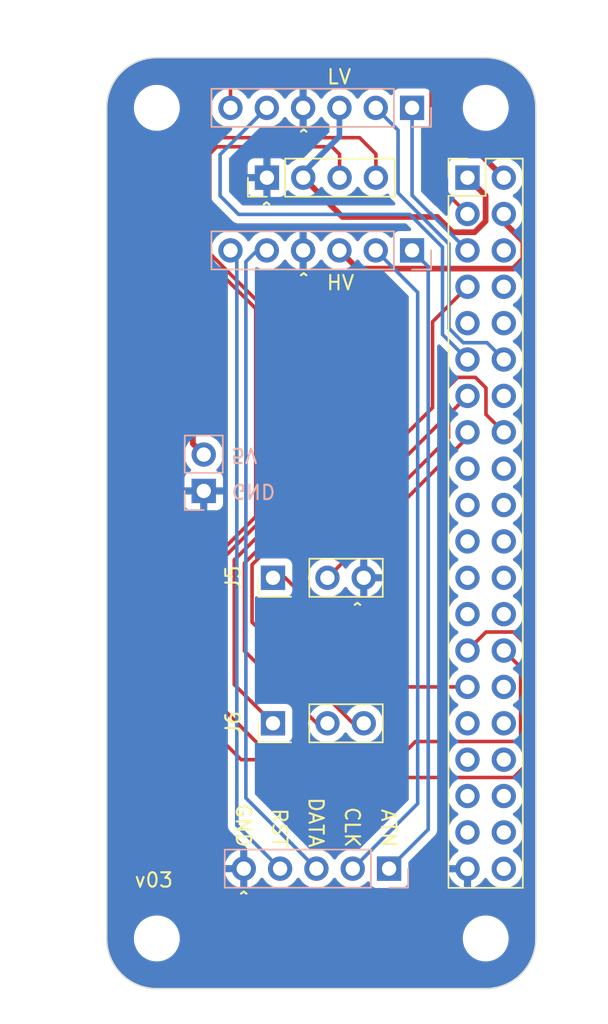
<source format=kicad_pcb>
(kicad_pcb (version 20221018) (generator pcbnew)
  (title_block (title "Vertical Pi1541 Hat") (date "2023-11-16") (rev "v03"))
  (layers (0 "F.Cu" signal) (31 "B.Cu" signal) (34 "B.Paste" user) (35 "F.Paste" user) (36 "B.SilkS" user "B.Silkscreen") (37 "F.SilkS" user "F.Silkscreen") (38 "B.Mask" user) (39 "F.Mask" user) (44 "Edge.Cuts" user))
  (net 0 "")
  (net 1 "Net-(J1-Pin_1)")
  (net 2 "Net-(J1-Pin_2)")
  (net 3 "Net-(J1-Pin_3)")
  (net 4 "Net-(J1-Pin_5)")
  (net 5 "Net-(J1-Pin_7)")
  (net 7 "GND")
  (net 9 "Net-(J1-Pin_11)")
  (net 10 "Net-(J1-Pin_12)")
  (net 11 "Net-(J1-Pin_13)")
  (net 13 "Net-(J1-Pin_15)")
  (net 14 "Net-(J1-Pin_16)")
  (net 24 "Net-(J1-Pin_27)")
  (net 25 "Net-(J1-Pin_28)")
  (net 26 "Net-(J1-Pin_29)")
  (net 37 "Net-(J3-Pin_1)")
  (net 38 "Net-(J3-Pin_2)")
  (net 39 "Net-(J3-Pin_5)")
  (net 42 "Net-(J1-Pin_4)")
  (net 44 "Net-(J3-Pin_6)")
  (footprint "Custom:PinHeader_1x03_P2.54mm_Vertical_Nav" (layer "F.Cu") (at 112.892 106.475 90)
    (fp_text reference "J6" (at 0 -4.064 90) (layer "F.SilkS"))
    (fp_text value "Conn_01x03_Pin")
    (fp_line (start -1.33 -2.286) (end 0 -2.286) (stroke (width 0.12)) (layer "F.SilkS"))
    (fp_line (start -1.33 0) (end -1.33 -2.286) (stroke (width 0.12)) (layer "F.SilkS"))
    (fp_line (start -1.33 1.27) (end -1.33 6.41) (stroke (width 0.12)) (layer "F.SilkS"))
    (fp_line (start -1.33 1.27) (end 1.33 1.27) (stroke (width 0.12)) (layer "F.SilkS"))
    (fp_line (start -1.33 6.41) (end 1.33 6.41) (stroke (width 0.12)) (layer "F.SilkS"))
    (fp_line (start 1.33 1.27) (end 1.33 6.41) (stroke (width 0.12)) (layer "F.SilkS"))
    (pad "1" thru_hole rect (at 0 -1.27 90) (size 1.7 1.7) (drill 1) (layers "*.Cu" "*.Mask") (net 5 "Net-(J1-Pin_7)"))
    (pad "2" thru_hole oval (at 0 2.54 90) (size 1.7 1.7) (drill 1) (layers "*.Cu" "*.Mask") (net 14 "Net-(J1-Pin_16)"))
    (pad "3" thru_hole oval (at 0 5.08 90) (size 1.7 1.7) (drill 1) (layers "*.Cu" "*.Mask") (net 11 "Net-(J1-Pin_13)"))
  )
  (footprint "MountingHole:MountingHole_2.7mm_M2.5" (layer "F.Cu") (at 103.5 121.5)
    (fp_text reference "H2" hide)
    (fp_text value "MountingHole")
    (pad "" np_thru_hole circle (at 0 0) (size 2.7 2.7) (drill 2.7) (layers "*.Cu" "*.Mask"))
  )
  (footprint "Connector_PinHeader_2.54mm:PinHeader_2x20_P2.54mm_Vertical" (layer "F.Cu") (at 125.225 68.375)
    (fp_text reference "J1" hide)
    (fp_text value "Conn_02x20_Odd_Even")
    (fp_line (start -1.33 -1.33) (end 0 -1.33) (stroke (width 0.12)) (layer "F.SilkS"))
    (fp_line (start -1.33 0) (end -1.33 -1.33) (stroke (width 0.12)) (layer "F.SilkS"))
    (fp_line (start -1.33 1.27) (end -1.33 49.59) (stroke (width 0.12)) (layer "F.SilkS"))
    (fp_line (start -1.33 1.27) (end 1.27 1.27) (stroke (width 0.12)) (layer "F.SilkS"))
    (fp_line (start -1.33 49.59) (end 3.87 49.59) (stroke (width 0.12)) (layer "F.SilkS"))
    (fp_line (start 1.27 -1.33) (end 3.87 -1.33) (stroke (width 0.12)) (layer "F.SilkS"))
    (fp_line (start 1.27 1.27) (end 1.27 -1.33) (stroke (width 0.12)) (layer "F.SilkS"))
    (fp_line (start 3.87 -1.33) (end 3.87 49.59) (stroke (width 0.12)) (layer "F.SilkS"))
    (pad "1" thru_hole rect (at 0 0) (size 1.7 1.7) (drill 1) (layers "*.Cu" "*.Mask") (net 1 "Net-(J1-Pin_1)"))
    (pad "2" thru_hole oval (at 2.54 0) (size 1.7 1.7) (drill 1) (layers "*.Cu" "*.Mask") (net 2 "Net-(J1-Pin_2)"))
    (pad "3" thru_hole oval (at 0 2.54) (size 1.7 1.7) (drill 1) (layers "*.Cu" "*.Mask") (net 3 "Net-(J1-Pin_3)"))
    (pad "4" thru_hole oval (at 2.54 2.54) (size 1.7 1.7) (drill 1) (layers "*.Cu" "*.Mask") (net 42 "Net-(J1-Pin_4)"))
    (pad "5" thru_hole oval (at 0 5.08) (size 1.7 1.7) (drill 1) (layers "*.Cu" "*.Mask") (net 4 "Net-(J1-Pin_5)"))
    (pad "6" thru_hole oval (at 2.54 5.08) (size 1.7 1.7) (drill 1) (layers "*.Cu" "*.Mask"))
    (pad "7" thru_hole oval (at 0 7.62) (size 1.7 1.7) (drill 1) (layers "*.Cu" "*.Mask") (net 5 "Net-(J1-Pin_7)"))
    (pad "8" thru_hole oval (at 2.54 7.62) (size 1.7 1.7) (drill 1) (layers "*.Cu" "*.Mask"))
    (pad "9" thru_hole oval (at 0 10.16) (size 1.7 1.7) (drill 1) (layers "*.Cu" "*.Mask"))
    (pad "10" thru_hole oval (at 2.54 10.16) (size 1.7 1.7) (drill 1) (layers "*.Cu" "*.Mask"))
    (pad "11" thru_hole oval (at 0 12.7) (size 1.7 1.7) (drill 1) (layers "*.Cu" "*.Mask") (net 9 "Net-(J1-Pin_11)"))
    (pad "12" thru_hole oval (at 2.54 12.7) (size 1.7 1.7) (drill 1) (layers "*.Cu" "*.Mask") (net 10 "Net-(J1-Pin_12)"))
    (pad "13" thru_hole oval (at 0 15.24) (size 1.7 1.7) (drill 1) (layers "*.Cu" "*.Mask") (net 11 "Net-(J1-Pin_13)"))
    (pad "14" thru_hole oval (at 2.54 15.24) (size 1.7 1.7) (drill 1) (layers "*.Cu" "*.Mask"))
    (pad "15" thru_hole oval (at 0 17.78) (size 1.7 1.7) (drill 1) (layers "*.Cu" "*.Mask") (net 13 "Net-(J1-Pin_15)"))
    (pad "16" thru_hole oval (at 2.54 17.78) (size 1.7 1.7) (drill 1) (layers "*.Cu" "*.Mask") (net 14 "Net-(J1-Pin_16)"))
    (pad "17" thru_hole oval (at 0 20.32) (size 1.7 1.7) (drill 1) (layers "*.Cu" "*.Mask"))
    (pad "18" thru_hole oval (at 2.54 20.32) (size 1.7 1.7) (drill 1) (layers "*.Cu" "*.Mask"))
    (pad "19" thru_hole oval (at 0 22.86) (size 1.7 1.7) (drill 1) (layers "*.Cu" "*.Mask"))
    (pad "20" thru_hole oval (at 2.54 22.86) (size 1.7 1.7) (drill 1) (layers "*.Cu" "*.Mask"))
    (pad "21" thru_hole oval (at 0 25.4) (size 1.7 1.7) (drill 1) (layers "*.Cu" "*.Mask"))
    (pad "22" thru_hole oval (at 2.54 25.4) (size 1.7 1.7) (drill 1) (layers "*.Cu" "*.Mask"))
    (pad "23" thru_hole oval (at 0 27.94) (size 1.7 1.7) (drill 1) (layers "*.Cu" "*.Mask"))
    (pad "24" thru_hole oval (at 2.54 27.94) (size 1.7 1.7) (drill 1) (layers "*.Cu" "*.Mask"))
    (pad "25" thru_hole oval (at 0 30.48) (size 1.7 1.7) (drill 1) (layers "*.Cu" "*.Mask"))
    (pad "26" thru_hole oval (at 2.54 30.48) (size 1.7 1.7) (drill 1) (layers "*.Cu" "*.Mask"))
    (pad "27" thru_hole oval (at 0 33.02) (size 1.7 1.7) (drill 1) (layers "*.Cu" "*.Mask") (net 24 "Net-(J1-Pin_27)"))
    (pad "28" thru_hole oval (at 2.54 33.02) (size 1.7 1.7) (drill 1) (layers "*.Cu" "*.Mask") (net 25 "Net-(J1-Pin_28)"))
    (pad "29" thru_hole oval (at 0 35.56) (size 1.7 1.7) (drill 1) (layers "*.Cu" "*.Mask") (net 26 "Net-(J1-Pin_29)"))
    (pad "30" thru_hole oval (at 2.54 35.56) (size 1.7 1.7) (drill 1) (layers "*.Cu" "*.Mask"))
    (pad "31" thru_hole oval (at 0 38.1) (size 1.7 1.7) (drill 1) (layers "*.Cu" "*.Mask"))
    (pad "32" thru_hole oval (at 2.54 38.1) (size 1.7 1.7) (drill 1) (layers "*.Cu" "*.Mask"))
    (pad "33" thru_hole oval (at 0 40.64) (size 1.7 1.7) (drill 1) (layers "*.Cu" "*.Mask"))
    (pad "34" thru_hole oval (at 2.54 40.64) (size 1.7 1.7) (drill 1) (layers "*.Cu" "*.Mask"))
    (pad "35" thru_hole oval (at 0 43.18) (size 1.7 1.7) (drill 1) (layers "*.Cu" "*.Mask"))
    (pad "36" thru_hole oval (at 2.54 43.18) (size 1.7 1.7) (drill 1) (layers "*.Cu" "*.Mask"))
    (pad "37" thru_hole oval (at 0 45.72) (size 1.7 1.7) (drill 1) (layers "*.Cu" "*.Mask"))
    (pad "38" thru_hole oval (at 2.54 45.72) (size 1.7 1.7) (drill 1) (layers "*.Cu" "*.Mask"))
    (pad "39" thru_hole oval (at 0 48.26) (size 1.7 1.7) (drill 1) (layers "*.Cu" "*.Mask") (net 7 "GND"))
    (pad "40" thru_hole oval (at 2.54 48.26) (size 1.7 1.7) (drill 1) (layers "*.Cu" "*.Mask"))
  )
  (footprint "MountingHole:MountingHole_2.7mm_M2.5" (layer "F.Cu") (at 126.5 121.5)
    (fp_text reference "H4" hide)
    (fp_text value "MountingHole")
    (pad "" np_thru_hole circle (at 0 0) (size 2.7 2.7) (drill 2.7) (layers "*.Cu" "*.Mask"))
  )
  (footprint "MountingHole:MountingHole_2.7mm_M2.5" (layer "F.Cu") (at 126.5 63.5)
    (fp_text reference "H3" hide)
    (fp_text value "MountingHole")
    (pad "" np_thru_hole circle (at 0 0) (size 2.7 2.7) (drill 2.7) (layers "*.Cu" "*.Mask"))
  )
  (footprint "MountingHole:MountingHole_2.7mm_M2.5" (layer "F.Cu") (at 103.5 63.5)
    (fp_text reference "H1" hide)
    (fp_text value "MountingHole")
    (pad "" np_thru_hole circle (at 0 0) (size 2.7 2.7) (drill 2.7) (layers "*.Cu" "*.Mask"))
  )
  (footprint "Connector_PinHeader_2.54mm:PinHeader_1x04_P2.54mm_Vertical" (layer "F.Cu") (at 111.2 68.375 90)
    (fp_text reference "J7" hide)
    (fp_text value "Conn_01x04_Pin")
    (fp_line (start -1.33 -1.33) (end 0 -1.33) (stroke (width 0.12)) (layer "F.SilkS"))
    (fp_line (start -1.33 0) (end -1.33 -1.33) (stroke (width 0.12)) (layer "F.SilkS"))
    (fp_line (start -1.33 1.27) (end -1.33 8.95) (stroke (width 0.12)) (layer "F.SilkS"))
    (fp_line (start -1.33 1.27) (end 1.33 1.27) (stroke (width 0.12)) (layer "F.SilkS"))
    (fp_line (start -1.33 8.95) (end 1.33 8.95) (stroke (width 0.12)) (layer "F.SilkS"))
    (fp_line (start 1.33 1.27) (end 1.33 8.95) (stroke (width 0.12)) (layer "F.SilkS"))
    (pad "1" thru_hole rect (at 0 0 90) (size 1.7 1.7) (drill 1) (layers "*.Cu" "*.Mask") (net 7 "GND"))
    (pad "2" thru_hole oval (at 0 2.54 90) (size 1.7 1.7) (drill 1) (layers "*.Cu" "*.Mask") (net 1 "Net-(J1-Pin_1)"))
    (pad "3" thru_hole oval (at 0 5.08 90) (size 1.7 1.7) (drill 1) (layers "*.Cu" "*.Mask") (net 25 "Net-(J1-Pin_28)"))
    (pad "4" thru_hole oval (at 0 7.62 90) (size 1.7 1.7) (drill 1) (layers "*.Cu" "*.Mask") (net 24 "Net-(J1-Pin_27)"))
  )
  (footprint "Custom:PinHeader_1x03_P2.54mm_Vertical_Nav" (layer "F.Cu") (at 112.892 96.315 90)
    (fp_text reference "J5" (at 0 -4.064 90) (layer "F.SilkS"))
    (fp_text value "Conn_01x03_Pin")
    (fp_line (start -1.33 -2.286) (end 0 -2.286) (stroke (width 0.12)) (layer "F.SilkS"))
    (fp_line (start -1.33 0) (end -1.33 -2.286) (stroke (width 0.12)) (layer "F.SilkS"))
    (fp_line (start -1.33 1.27) (end -1.33 6.41) (stroke (width 0.12)) (layer "F.SilkS"))
    (fp_line (start -1.33 1.27) (end 1.33 1.27) (stroke (width 0.12)) (layer "F.SilkS"))
    (fp_line (start -1.33 6.41) (end 1.33 6.41) (stroke (width 0.12)) (layer "F.SilkS"))
    (fp_line (start 1.33 1.27) (end 1.33 6.41) (stroke (width 0.12)) (layer "F.SilkS"))
    (pad "1" thru_hole rect (at 0 -1.27 90) (size 1.7 1.7) (drill 1) (layers "*.Cu" "*.Mask") (net 26 "Net-(J1-Pin_29)"))
    (pad "2" thru_hole oval (at 0 2.54 90) (size 1.7 1.7) (drill 1) (layers "*.Cu" "*.Mask") (net 13 "Net-(J1-Pin_15)"))
    (pad "3" thru_hole oval (at 0 5.08 90) (size 1.7 1.7) (drill 1) (layers "*.Cu" "*.Mask") (net 7 "GND"))
  )
  (footprint "Connector_PinHeader_2.54mm:PinHeader_1x02_P2.54mm_Vertical" (layer "B.Cu") (at 106.7816 90.2512)
    (fp_text reference "J8" hide)
    (fp_text value "Conn_01x02_Pin")
    (fp_line (start -1.33 -3.87) (end 1.33 -3.87) (stroke (width 0.12)) (layer "B.SilkS"))
    (fp_line (start -1.33 -1.27) (end -1.33 -3.87) (stroke (width 0.12)) (layer "B.SilkS"))
    (fp_line (start -1.33 -1.27) (end 1.33 -1.27) (stroke (width 0.12)) (layer "B.SilkS"))
    (fp_line (start -1.33 0) (end -1.33 1.33) (stroke (width 0.12)) (layer "B.SilkS"))
    (fp_line (start -1.33 1.33) (end 0 1.33) (stroke (width 0.12)) (layer "B.SilkS"))
    (fp_line (start 1.33 -1.27) (end 1.33 -3.87) (stroke (width 0.12)) (layer "B.SilkS"))
    (pad "1" thru_hole rect (at 0 0) (size 1.7 1.7) (drill 1) (layers "*.Cu" "*.Mask") (net 7 "GND"))
    (pad "2" thru_hole oval (at 0 -2.54) (size 1.7 1.7) (drill 1) (layers "*.Cu" "*.Mask") (net 2 "Net-(J1-Pin_2)"))
  )
  (footprint "Connector_PinHeader_2.54mm:PinHeader_1x05_P2.54mm_Vertical" (layer "B.Cu") (at 119.741 116.625 90)
    (fp_text reference "J4" hide)
    (fp_text value "Conn_01x05_Pin")
    (fp_line (start -1.33 -11.49) (end 1.33 -11.49) (stroke (width 0.12)) (layer "B.SilkS"))
    (fp_line (start -1.33 -1.27) (end -1.33 -11.49) (stroke (width 0.12)) (layer "B.SilkS"))
    (fp_line (start -1.33 -1.27) (end 1.33 -1.27) (stroke (width 0.12)) (layer "B.SilkS"))
    (fp_line (start -1.33 0) (end -1.33 1.33) (stroke (width 0.12)) (layer "B.SilkS"))
    (fp_line (start -1.33 1.33) (end 0 1.33) (stroke (width 0.12)) (layer "B.SilkS"))
    (fp_line (start 1.33 -1.27) (end 1.33 -11.49) (stroke (width 0.12)) (layer "B.SilkS"))
    (pad "1" thru_hole rect (at 0 0 90) (size 1.7 1.7) (drill 1) (layers "*.Cu" "*.Mask") (net 37 "Net-(J3-Pin_1)"))
    (pad "2" thru_hole oval (at 0 -2.54 90) (size 1.7 1.7) (drill 1) (layers "*.Cu" "*.Mask") (net 38 "Net-(J3-Pin_2)"))
    (pad "3" thru_hole oval (at 0 -5.08 90) (size 1.7 1.7) (drill 1) (layers "*.Cu" "*.Mask") (net 39 "Net-(J3-Pin_5)"))
    (pad "4" thru_hole oval (at 0 -7.62 90) (size 1.7 1.7) (drill 1) (layers "*.Cu" "*.Mask") (net 44 "Net-(J3-Pin_6)"))
    (pad "5" thru_hole oval (at 0 -10.16 90) (size 1.7 1.7) (drill 1) (layers "*.Cu" "*.Mask") (net 7 "GND"))
  )
  (footprint "Connector_PinHeader_2.54mm:PinHeader_1x06_P2.54mm_Vertical" (layer "B.Cu") (at 121.35 63.5 90)
    (fp_text reference "J2" hide)
    (fp_text value "Conn_01x06_Socket")
    (fp_line (start -1.33 -14.03) (end 1.33 -14.03) (stroke (width 0.12)) (layer "B.SilkS"))
    (fp_line (start -1.33 -1.27) (end -1.33 -14.03) (stroke (width 0.12)) (layer "B.SilkS"))
    (fp_line (start -1.33 -1.27) (end 1.33 -1.27) (stroke (width 0.12)) (layer "B.SilkS"))
    (fp_line (start -1.33 0) (end -1.33 1.33) (stroke (width 0.12)) (layer "B.SilkS"))
    (fp_line (start -1.33 1.33) (end 0 1.33) (stroke (width 0.12)) (layer "B.SilkS"))
    (fp_line (start 1.33 -1.27) (end 1.33 -14.03) (stroke (width 0.12)) (layer "B.SilkS"))
    (pad "1" thru_hole rect (at 0 0 90) (size 1.7 1.7) (drill 1) (layers "*.Cu" "*.Mask") (net 4 "Net-(J1-Pin_5)"))
    (pad "2" thru_hole oval (at 0 -2.54 90) (size 1.7 1.7) (drill 1) (layers "*.Cu" "*.Mask") (net 10 "Net-(J1-Pin_12)"))
    (pad "3" thru_hole oval (at 0 -5.08 90) (size 1.7 1.7) (drill 1) (layers "*.Cu" "*.Mask") (net 1 "Net-(J1-Pin_1)"))
    (pad "4" thru_hole oval (at 0 -7.62 90) (size 1.7 1.7) (drill 1) (layers "*.Cu" "*.Mask") (net 7 "GND"))
    (pad "5" thru_hole oval (at 0 -10.16 90) (size 1.7 1.7) (drill 1) (layers "*.Cu" "*.Mask") (net 9 "Net-(J1-Pin_11)"))
    (pad "6" thru_hole oval (at 0 -12.7 90) (size 1.7 1.7) (drill 1) (layers "*.Cu" "*.Mask") (net 3 "Net-(J1-Pin_3)"))
  )
  (footprint "Connector_PinHeader_2.54mm:PinHeader_1x06_P2.54mm_Vertical" (layer "B.Cu") (at 121.35 73.455 90)
    (fp_text reference "J3" hide)
    (fp_text value "Conn_01x06_Socket")
    (fp_line (start -1.33 -14.03) (end 1.33 -14.03) (stroke (width 0.12)) (layer "B.SilkS"))
    (fp_line (start -1.33 -1.27) (end -1.33 -14.03) (stroke (width 0.12)) (layer "B.SilkS"))
    (fp_line (start -1.33 -1.27) (end 1.33 -1.27) (stroke (width 0.12)) (layer "B.SilkS"))
    (fp_line (start -1.33 0) (end -1.33 1.33) (stroke (width 0.12)) (layer "B.SilkS"))
    (fp_line (start -1.33 1.33) (end 0 1.33) (stroke (width 0.12)) (layer "B.SilkS"))
    (fp_line (start 1.33 -1.27) (end 1.33 -14.03) (stroke (width 0.12)) (layer "B.SilkS"))
    (pad "1" thru_hole rect (at 0 0 90) (size 1.7 1.7) (drill 1) (layers "*.Cu" "*.Mask") (net 37 "Net-(J3-Pin_1)"))
    (pad "2" thru_hole oval (at 0 -2.54 90) (size 1.7 1.7) (drill 1) (layers "*.Cu" "*.Mask") (net 38 "Net-(J3-Pin_2)"))
    (pad "3" thru_hole oval (at 0 -5.08 90) (size 1.7 1.7) (drill 1) (layers "*.Cu" "*.Mask") (net 42 "Net-(J1-Pin_4)"))
    (pad "4" thru_hole oval (at 0 -7.62 90) (size 1.7 1.7) (drill 1) (layers "*.Cu" "*.Mask") (net 7 "GND"))
    (pad "5" thru_hole oval (at 0 -10.16 90) (size 1.7 1.7) (drill 1) (layers "*.Cu" "*.Mask") (net 39 "Net-(J3-Pin_5)"))
    (pad "6" thru_hole oval (at 0 -12.7 90) (size 1.7 1.7) (drill 1) (layers "*.Cu" "*.Mask") (net 44 "Net-(J3-Pin_6)"))
  )
  (gr_line (start 100 63.5) (end 100 121.5) (stroke (width 0.1)) (layer "Edge.Cuts"))
  (gr_arc (start 126.5 60) (mid 128.974873 61.025126) (end 130 63.5) (stroke (width 0.1)) (layer "Edge.Cuts"))
  (gr_arc (start 130 121.5) (mid 128.974874 123.974873) (end 126.5 125) (stroke (width 0.1)) (layer "Edge.Cuts"))
  (gr_arc (start 103.5 125) (mid 101.025127 123.974874) (end 100 121.5) (stroke (width 0.1)) (layer "Edge.Cuts"))
  (gr_line (start 103.5 60) (end 126.5 60) (stroke (width 0.1)) (layer "Edge.Cuts"))
  (gr_line (start 103.5 125) (end 126.5 125) (stroke (width 0.1)) (layer "Edge.Cuts"))
  (gr_line (start 130 121.5) (end 130 63.5) (stroke (width 0.1)) (layer "Edge.Cuts"))
  (gr_arc (start 100 63.5) (mid 101.025126 61.025127) (end 103.5 60) (stroke (width 0.1)) (layer "Edge.Cuts"))
  (gr_text "GND" (at 108.6358 89.6874 180) (layer "B.SilkS") (effects (font (size 1 1)) (justify left bottom mirror)))
  (gr_text "5V" (at 108.6104 87.1728 180) (layer "B.SilkS") (effects (font (size 1 1)) (justify left bottom mirror)))
  (gr_text "HV" (at 115.2906 76.3016) (layer "F.SilkS") (effects (font (size 1 1)) (justify left bottom)))
  (gr_text "v03" (at 101.854 118.0084) (layer "F.SilkS") (effects (font (size 1 1)) (justify left bottom)))
  (gr_text "GND" (at 108.966 111.988648 -90) (layer "F.SilkS") (effects (font (size 1 1)) (justify left bottom)))
  (gr_text "^" (at 113.3856 66.1924) (layer "F.SilkS") (effects (font (size 1 1)) (justify left bottom)))
  (gr_text "^" (at 109.1946 119.4054) (layer "F.SilkS") (effects (font (size 1 1)) (justify left bottom)))
  (gr_text "RST" (at 111.506 112.321981 -90) (layer "F.SilkS") (effects (font (size 1 1)) (justify left bottom)))
  (gr_text "^" (at 113.3856 76.2254) (layer "F.SilkS") (effects (font (size 1 1)) (justify left bottom)))
  (gr_text "^" (at 117.144286 99.2378) (layer "F.SilkS") (effects (font (size 1 1)) (justify left bottom)))
  (gr_text "ATN" (at 119.126 112.3696 -90) (layer "F.SilkS") (effects (font (size 1 1)) (justify left bottom)))
  (gr_text "^" (at 110.789286 71.2724) (layer "F.SilkS") (effects (font (size 1 1)) (justify left bottom)))
  (gr_text "LV" (at 115.316 61.9252) (layer "F.SilkS") (effects (font (size 1 1)) (justify left bottom)))
  (gr_text "DATA" (at 114.046 111.560076 -90) (layer "F.SilkS") (effects (font (size 1 1)) (justify left bottom)))
  (gr_text "CLK" (at 116.586 112.226743 -90) (layer "F.SilkS") (effects (font (size 1 1)) (justify left bottom)))
  (segment (start 113.74 68.375) (end 116.485 71.12) (width 0.4) (layer "F.Cu") (net 1))
  (segment (start 126.492 71.415767) (end 126.492 69.642) (width 0.4) (layer "F.Cu") (net 1))
  (segment (start 125.720967 72.1868) (end 126.492 71.415767) (width 0.4) (layer "F.Cu") (net 1))
  (segment (start 124.1806 72.1868) (end 125.720967 72.1868) (width 0.4) (layer "F.Cu") (net 1))
  (segment (start 126.492 69.642) (end 125.225 68.375) (width 0.4) (layer "F.Cu") (net 1))
  (segment (start 123.1138 71.12) (end 124.1806 72.1868) (width 0.4) (layer "F.Cu") (net 1))
  (segment (start 116.485 71.12) (end 123.1138 71.12) (width 0.4) (layer "F.Cu") (net 1))
  (segment (start 116.27 65.4924) (end 116.27 63.5) (width 0.4) (layer "B.Cu") (net 1))
  (segment (start 113.74 68.375) (end 113.74 68.0224) (width 0.4) (layer "B.Cu") (net 1))
  (segment (start 113.74 68.0224) (end 116.27 65.4924) (width 0.4) (layer "B.Cu") (net 1))
  (segment (start 106.7816 87.7112) (end 106.0196 86.9492) (width 0.4) (layer "F.Cu") (net 2))
  (segment (start 123.2662 65.1256) (end 124.8156 66.675) (width 0.4) (layer "F.Cu") (net 2))
  (segment (start 126.065 66.675) (end 127.765 68.375) (width 0.4) (layer "F.Cu") (net 2))
  (segment (start 123.2662 61.6966) (end 123.2662 65.1256) (width 0.4) (layer "F.Cu") (net 2))
  (segment (start 106.68 65.584138) (end 106.68 61.384542) (width 0.4) (layer "F.Cu") (net 2))
  (segment (start 107.358542 60.706) (end 122.2756 60.706) (width 0.4) (layer "F.Cu") (net 2))
  (segment (start 106.68 61.384542) (end 107.358542 60.706) (width 0.4) (layer "F.Cu") (net 2))
  (segment (start 106.0196 66.244538) (end 106.68 65.584138) (width 0.4) (layer "F.Cu") (net 2))
  (segment (start 124.8156 66.675) (end 126.065 66.675) (width 0.4) (layer "F.Cu") (net 2))
  (segment (start 106.0196 86.9492) (end 106.0196 66.244538) (width 0.4) (layer "F.Cu") (net 2))
  (segment (start 122.2756 60.706) (end 123.2662 61.6966) (width 0.4) (layer "F.Cu") (net 2))
  (segment (start 109.2962 61.4426) (end 122.0216 61.4426) (width 0.25) (layer "F.Cu") (net 3))
  (segment (start 122.0216 61.4426) (end 122.682 62.103) (width 0.25) (layer "F.Cu") (net 3))
  (segment (start 108.65 62.0888) (end 109.2962 61.4426) (width 0.25) (layer "F.Cu") (net 3))
  (segment (start 122.682 62.103) (end 122.682 68.372) (width 0.25) (layer "F.Cu") (net 3))
  (segment (start 122.682 68.372) (end 125.225 70.915) (width 0.25) (layer "F.Cu") (net 3))
  (segment (start 108.65 63.5) (end 108.65 62.0888) (width 0.25) (layer "F.Cu") (net 3))
  (segment (start 108.65 63.5) (end 108.2802 63.1302) (width 0.25) (layer "B.Cu") (net 3))
  (segment (start 121.35 63.5) (end 121.35 69.6102) (width 0.25) (layer "B.Cu") (net 4))
  (segment (start 121.35 69.6102) (end 122.6058 70.866) (width 0.25) (layer "B.Cu") (net 4))
  (segment (start 122.636 70.866) (end 125.225 73.455) (width 0.25) (layer "B.Cu") (net 4))
  (segment (start 122.6058 70.866) (end 122.636 70.866) (width 0.25) (layer "B.Cu") (net 4))
  (segment (start 111.5822 92.4052) (end 108.9152 95.0722) (width 0.25) (layer "F.Cu") (net 5))
  (segment (start 108.9152 103.7682) (end 111.622 106.475) (width 0.25) (layer "F.Cu") (net 5))
  (segment (start 114.808 92.4052) (end 111.5822 92.4052) (width 0.25) (layer "F.Cu") (net 5))
  (segment (start 122.7836 78.4364) (end 122.7836 84.4296) (width 0.25) (layer "F.Cu") (net 5))
  (segment (start 108.9152 95.0722) (end 108.9152 103.7682) (width 0.25) (layer "F.Cu") (net 5))
  (segment (start 125.225 75.995) (end 122.7836 78.4364) (width 0.25) (layer "F.Cu") (net 5))
  (segment (start 111.622 106.475) (end 112.141 106.475) (width 0.25) (layer "F.Cu") (net 5))
  (segment (start 122.7836 84.4296) (end 114.808 92.4052) (width 0.25) (layer "F.Cu") (net 5))
  (segment (start 113.74 63.6766) (end 113.5634 63.5) (width 0.25) (layer "F.Cu") (net 7))
  (segment (start 109.22 70.9422) (end 107.9246 69.6468) (width 0.25) (layer "B.Cu") (net 9))
  (segment (start 123.4766 79.3266) (end 123.4766 73.2316) (width 0.25) (layer "B.Cu") (net 9))
  (segment (start 107.9246 66.7654) (end 111.19 63.5) (width 0.25) (layer "B.Cu") (net 9))
  (segment (start 123.4766 73.2316) (end 121.1872 70.9422) (width 0.25) (layer "B.Cu") (net 9))
  (segment (start 121.1872 70.9422) (end 109.22 70.9422) (width 0.25) (layer "B.Cu") (net 9))
  (segment (start 125.225 81.075) (end 123.4766 79.3266) (width 0.25) (layer "B.Cu") (net 9))
  (segment (start 107.9246 69.6468) (end 107.9246 66.7654) (width 0.25) (layer "B.Cu") (net 9))
  (segment (start 118.81 63.5) (end 120.3706 65.0606) (width 0.25) (layer "B.Cu") (net 10))
  (segment (start 124.928299 79.9) (end 126.59 79.9) (width 0.25) (layer "B.Cu") (net 10))
  (segment (start 120.3706 65.0606) (end 120.3706 69.4436) (width 0.25) (layer "B.Cu") (net 10))
  (segment (start 126.59 79.9) (end 127.765 81.075) (width 0.25) (layer "B.Cu") (net 10))
  (segment (start 123.9266 72.9996) (end 123.9266 78.898301) (width 0.25) (layer "B.Cu") (net 10))
  (segment (start 123.9266 78.898301) (end 124.928299 79.9) (width 0.25) (layer "B.Cu") (net 10))
  (segment (start 120.3706 69.4436) (end 123.9266 72.9996) (width 0.25) (layer "B.Cu") (net 10))
  (segment (start 110.1598 95.4024) (end 110.1598 99.4138) (width 0.25) (layer "F.Cu") (net 11))
  (segment (start 117.221 106.475) (end 117.972 106.475) (width 0.25) (layer "F.Cu") (net 11))
  (segment (start 123.9012 84.9388) (end 123.9012 86.5378) (width 0.25) (layer "F.Cu") (net 11))
  (segment (start 123.9012 86.5378) (end 116.6114 93.8276) (width 0.25) (layer "F.Cu") (net 11))
  (segment (start 125.225 83.615) (end 123.9012 84.9388) (width 0.25) (layer "F.Cu") (net 11))
  (segment (start 111.7346 93.8276) (end 110.1598 95.4024) (width 0.25) (layer "F.Cu") (net 11))
  (segment (start 116.6114 93.8276) (end 111.7346 93.8276) (width 0.25) (layer "F.Cu") (net 11))
  (segment (start 110.1598 99.4138) (end 117.221 106.475) (width 0.25) (layer "F.Cu") (net 11))
  (segment (start 115.015 96.315) (end 115.432 96.315) (width 0.25) (layer "F.Cu") (net 13))
  (segment (start 115.432 96.315) (end 125.225 86.522) (width 0.25) (layer "F.Cu") (net 13))
  (segment (start 125.225 86.522) (end 125.225 86.155) (width 0.25) (layer "F.Cu") (net 13))
  (segment (start 126.5174 83.058) (end 125.7808 82.3214) (width 0.25) (layer "F.Cu") (net 14))
  (segment (start 109.6264 95.299404) (end 109.6264 101.4204) (width 0.25) (layer "F.Cu") (net 14))
  (segment (start 125.7808 82.3214) (end 124.5362 82.3214) (width 0.25) (layer "F.Cu") (net 14))
  (segment (start 124.5362 82.3214) (end 123.3932 83.4644) (width 0.25) (layer "F.Cu") (net 14))
  (segment (start 109.6264 101.4204) (end 114.681 106.475) (width 0.25) (layer "F.Cu") (net 14))
  (segment (start 123.3932 85.3948) (end 115.467702 93.320298) (width 0.25) (layer "F.Cu") (net 14))
  (segment (start 114.681 106.475) (end 115.432 106.475) (width 0.25) (layer "F.Cu") (net 14))
  (segment (start 115.467702 93.320298) (end 111.605506 93.320298) (width 0.25) (layer "F.Cu") (net 14))
  (segment (start 123.3932 83.4644) (end 123.3932 85.3948) (width 0.25) (layer "F.Cu") (net 14))
  (segment (start 127.765 86.155) (end 126.5174 84.9074) (width 0.25) (layer "F.Cu") (net 14))
  (segment (start 111.605506 93.320298) (end 109.6264 95.299404) (width 0.25) (layer "F.Cu") (net 14))
  (segment (start 126.5174 84.9074) (end 126.5174 83.058) (width 0.25) (layer "F.Cu") (net 14))
  (segment (start 109.3978 109.0168) (end 107.4928 107.1118) (width 0.25) (layer "F.Cu") (net 24))
  (segment (start 106.7562 66.2504) (end 107.4238 65.5828) (width 0.25) (layer "F.Cu") (net 24))
  (segment (start 107.4238 65.5828) (end 117.6782 65.5828) (width 0.25) (layer "F.Cu") (net 24))
  (segment (start 129.413 101.0666) (end 129.413 109.2962) (width 0.25) (layer "F.Cu") (net 24))
  (segment (start 125.225 101.395) (end 126.5186 100.1014) (width 0.25) (layer "F.Cu") (net 24))
  (segment (start 118.295288 109.0168) (end 109.3978 109.0168) (width 0.25) (layer "F.Cu") (net 24))
  (segment (start 119.539888 110.2614) (end 118.295288 109.0168) (width 0.25) (layer "F.Cu") (net 24))
  (segment (start 117.6782 65.5828) (end 118.82 66.7246) (width 0.25) (layer "F.Cu") (net 24))
  (segment (start 107.4928 107.1118) (end 107.4928 94.967808) (width 0.25) (layer "F.Cu") (net 24))
  (segment (start 110.4138 77.516897) (end 106.7562 73.859297) (width 0.25) (layer "F.Cu") (net 24))
  (segment (start 107.4928 94.967808) (end 110.4138 92.046808) (width 0.25) (layer "F.Cu") (net 24))
  (segment (start 118.82 66.7246) (end 118.82 68.375) (width 0.25) (layer "F.Cu") (net 24))
  (segment (start 106.7562 73.859297) (end 106.7562 66.2504) (width 0.25) (layer "F.Cu") (net 24))
  (segment (start 110.4138 92.046808) (end 110.4138 77.516897) (width 0.25) (layer "F.Cu") (net 24))
  (segment (start 128.4478 100.1014) (end 129.413 101.0666) (width 0.25) (layer "F.Cu") (net 24))
  (segment (start 126.5186 100.1014) (end 128.4478 100.1014) (width 0.25) (layer "F.Cu") (net 24))
  (segment (start 128.4478 110.2614) (end 119.539888 110.2614) (width 0.25) (layer "F.Cu") (net 24))
  (segment (start 129.413 109.2962) (end 128.4478 110.2614) (width 0.25) (layer "F.Cu") (net 24))
  (segment (start 121.5898 107.7468) (end 120.9874 108.3492) (width 0.25) (layer "F.Cu") (net 25))
  (segment (start 110.9726 92.124404) (end 110.9726 77.439301) (width 0.25) (layer "F.Cu") (net 25))
  (segment (start 107.2062 73.672901) (end 107.2062 66.7076) (width 0.25) (layer "F.Cu") (net 25))
  (segment (start 128.614054 107.7468) (end 121.5898 107.7468) (width 0.25) (layer "F.Cu") (net 25))
  (segment (start 120.9874 108.3492) (end 111.0162 108.3492) (width 0.25) (layer "F.Cu") (net 25))
  (segment (start 128.94 102.57) (end 128.94 107.420854) (width 0.25) (layer "F.Cu") (net 25))
  (segment (start 108.1858 94.911204) (end 110.9726 92.124404) (width 0.25) (layer "F.Cu") (net 25))
  (segment (start 116.28 66.75) (end 116.28 68.375) (width 0.25) (layer "F.Cu") (net 25))
  (segment (start 115.7478 66.2178) (end 116.28 66.75) (width 0.25) (layer "F.Cu") (net 25))
  (segment (start 108.1858 105.5188) (end 108.1858 94.911204) (width 0.25) (layer "F.Cu") (net 25))
  (segment (start 107.696 66.2178) (end 115.7478 66.2178) (width 0.25) (layer "F.Cu") (net 25))
  (segment (start 111.0162 108.3492) (end 108.1858 105.5188) (width 0.25) (layer "F.Cu") (net 25))
  (segment (start 107.2062 66.7076) (end 107.696 66.2178) (width 0.25) (layer "F.Cu") (net 25))
  (segment (start 110.9726 77.439301) (end 107.2062 73.672901) (width 0.25) (layer "F.Cu") (net 25))
  (segment (start 127.765 101.395) (end 128.94 102.57) (width 0.25) (layer "F.Cu") (net 25))
  (segment (start 128.94 107.420854) (end 128.614054 107.7468) (width 0.25) (layer "F.Cu") (net 25))
  (segment (start 120.095 103.935) (end 125.225 103.935) (width 0.25) (layer "F.Cu") (net 26))
  (segment (start 112.475 96.315) (end 120.095 103.935) (width 0.25) (layer "F.Cu") (net 26))
  (segment (start 111.622 96.315) (end 112.475 96.315) (width 0.25) (layer "F.Cu") (net 26))
  (segment (start 122.4788 113.8872) (end 119.741 116.625) (width 0.25) (layer "B.Cu") (net 37))
  (segment (start 122.4788 74.5838) (end 122.4788 113.8872) (width 0.25) (layer "B.Cu") (net 37))
  (segment (start 121.35 73.455) (end 122.4788 74.5838) (width 0.25) (layer "B.Cu") (net 37))
  (segment (start 118.81 73.455) (end 121.7422 76.3872) (width 0.25) (layer "B.Cu") (net 38))
  (segment (start 121.7422 112.0838) (end 117.201 116.625) (width 0.25) (layer "B.Cu") (net 38))
  (segment (start 121.7422 76.3872) (end 121.7422 112.0838) (width 0.25) (layer "B.Cu") (net 38))
  (segment (start 111.19 73.455) (end 110.5172 73.455) (width 0.25) (layer "B.Cu") (net 39))
  (segment (start 109.728 111.692) (end 114.661 116.625) (width 0.25) (layer "B.Cu") (net 39))
  (segment (start 109.728 74.2442) (end 109.728 111.692) (width 0.25) (layer "B.Cu") (net 39))
  (segment (start 110.5172 73.455) (end 109.728 74.2442) (width 0.25) (layer "B.Cu") (net 39))
  (segment (start 127.765 71.4786) (end 127.765 70.915) (width 0.4) (layer "F.Cu") (net 42))
  (segment (start 116.27 73.455) (end 117.5418 74.7268) (width 0.4) (layer "F.Cu") (net 42))
  (segment (start 128.4478 74.7268) (end 129.1336 74.041) (width 0.4) (layer "F.Cu") (net 42))
  (segment (start 129.1336 74.041) (end 129.1336 72.8472) (width 0.4) (layer "F.Cu") (net 42))
  (segment (start 129.1336 72.8472) (end 127.765 71.4786) (width 0.4) (layer "F.Cu") (net 42))
  (segment (start 117.5418 74.7268) (end 128.4478 74.7268) (width 0.4) (layer "F.Cu") (net 42))
  (segment (start 108.65 73.455) (end 109.093 73.898) (width 0.25) (layer "B.Cu") (net 44))
  (segment (start 109.093 113.597) (end 112.121 116.625) (width 0.25) (layer "B.Cu") (net 44))
  (segment (start 109.093 73.898) (end 109.093 113.597) (width 0.25) (layer "B.Cu") (net 44))
  (zone (net 7) (net_name "GND") (layer "B.Cu") (connect_pads (clearance 0.5)) (min_thickness 0.25) (fill yes (thermal_gap 0.5) (thermal_bridge_width 0.5))
    (polygon (pts (xy 93.3958 59.055) (xy 131.3688 59.055) (xy 132.0292 59.7154) (xy 132.0292 127.4826) (xy 95.25 127.4826) (xy 92.5322 124.7648) (xy 92.5322 59.9186)))
  )
)
</source>
